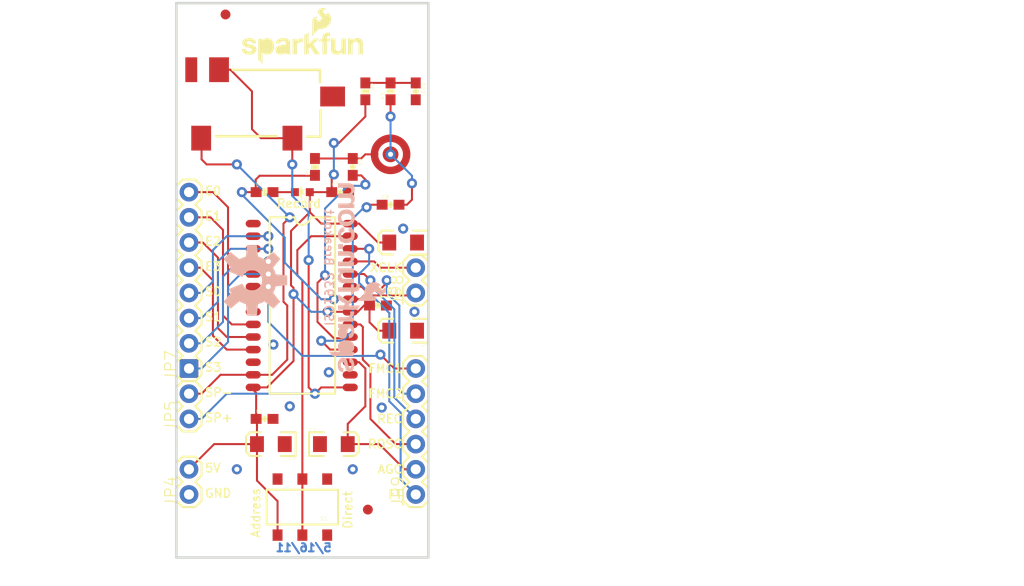
<source format=kicad_pcb>
(kicad_pcb (version 20211014) (generator pcbnew)
  (layers (0 "F.Cu" signal) (31 "B.Cu" signal) (34 "B.Paste" user) (35 "F.Paste" user) (36 "B.SilkS" user "B.Silkscreen") (37 "F.SilkS" user "F.Silkscreen") (38 "B.Mask" user) (39 "F.Mask" user) (44 "Edge.Cuts" user))
  (net 0 "")
  (net 1 "GND")
  (net 2 "5V")
  (net 3 "ROSC")
  (net 4 "REC")
  (net 5 "FMC2")
  (net 6 "FMC1")
  (net 7 "S3")
  (net 8 "S2")
  (net 9 "S1")
  (net 10 "S0")
  (net 11 "E3")
  (net 12 "E2")
  (net 13 "E1")
  (net 14 "E0")
  (net 15 "MIC+")
  (net 16 "MIC-")
  (net 17 "AGC")
  (net 18 "FT")
  (net 19 "SP+")
  (net 20 "SP-")
  (net 21 "MODE")
  (net 22 "LED")
  (net 23 "XCLK")
  (net 24 "N$1")
  (net 25 "N$2")
  (net 26 "N$3")
  (net 27 "N$6")
  (footprint "boardEagle:1X06" (layer "F.Cu") (at 159.9311 126.5936 90)
    (fp_text reference "JP9" (at -1.3462 -1.8288 90) (layer "F.SilkS") (effects (font (size 1.1557 1.1557) (thickness 0.1143)) (justify left)))
    (fp_text value "")
    (pad "1" thru_hole circle (at 0 0 180) (size 1.8796 1.8796) (drill 1.016) (layers *.Cu *.Mask) (net 18 "FT"))
    (pad "2" thru_hole circle (at 2.54 0 180) (size 1.8796 1.8796) (drill 1.016) (layers *.Cu *.Mask) (net 17 "AGC"))
    (pad "3" thru_hole circle (at 5.08 0 180) (size 1.8796 1.8796) (drill 1.016) (layers *.Cu *.Mask) (net 3 "ROSC"))
    (pad "4" thru_hole circle (at 7.62 0 180) (size 1.8796 1.8796) (drill 1.016) (layers *.Cu *.Mask) (net 4 "REC"))
    (pad "5" thru_hole circle (at 10.16 0 180) (size 1.8796 1.8796) (drill 1.016) (layers *.Cu *.Mask) (net 5 "FMC2"))
    (pad "6" thru_hole circle (at 12.7 0 180) (size 1.8796 1.8796) (drill 1.016) (layers *.Cu *.Mask) (net 6 "FMC1"))
  )
  (footprint "boardEagle:AYZ0202" (layer "F.Cu") (at 148.5011 127.8636 180)
    (fp_text reference "S1" (at -2.54 -1.143) (layer "F.SilkS") (effects (font (size 0.376489 0.376489) (thickness 0.029911)) (justify right)))
    (fp_text value "")
    (pad "" np_thru_hole circle (at 1.5 0 180) (size 0.85 0.85) (drill 0.85) (layers *.Cu *.Mask))
    (pad "" np_thru_hole circle (at -1.5 0 180) (size 0.85 0.85) (drill 0.85) (layers *.Cu *.Mask))
    (pad "1" smd rect (at -2.5 -2.825 180) (size 1 1.15) (layers "F.Cu" "F.Paste" "F.Mask") (net 1 "GND"))
    (pad "2" smd rect (at 0 -2.825 180) (size 1 1.15) (layers "F.Cu" "F.Paste" "F.Mask") (net 21 "MODE"))
    (pad "3" smd rect (at 2.5 -2.825 180) (size 1 1.15) (layers "F.Cu" "F.Paste" "F.Mask") (net 2 "5V"))
    (pad "4" smd rect (at -2.5 2.825 180) (size 1 1.15) (layers "F.Cu" "F.Paste" "F.Mask"))
    (pad "5" smd rect (at 0 2.825 180) (size 1 1.15) (layers "F.Cu" "F.Paste" "F.Mask"))
    (pad "6" smd rect (at 2.5 2.825 180) (size 1 1.15) (layers "F.Cu" "F.Paste" "F.Mask"))
  )
  (footprint "boardEagle:EIA3216" (layer "F.Cu") (at 145.3261 121.5136 180)
    (fp_text reference "C6" (at -2.54 -1.381) (layer "F.SilkS") (effects (font (size 0.376489 0.376489) (thickness 0.029911)) (justify right)))
    (fp_text value "10uF")
    (pad "A" smd rect (at 1.4 0 270) (size 1.6 1.4) (layers "F.Cu" "F.Paste" "F.Mask") (net 2 "5V"))
    (pad "C" smd rect (at -1.4 0 270) (size 1.6 1.4) (layers "F.Cu" "F.Paste" "F.Mask") (net 1 "GND"))
  )
  (footprint "boardEagle:EIA3216" (layer "F.Cu") (at 158.6611 110.0836 180)
    (fp_text reference "C4" (at -2.54 -1.381) (layer "F.SilkS") (effects (font (size 0.376489 0.376489) (thickness 0.029911)) (justify right)))
    (fp_text value "10uF")
    (pad "A" smd rect (at 1.4 0 270) (size 1.6 1.4) (layers "F.Cu" "F.Paste" "F.Mask") (net 2 "5V"))
    (pad "C" smd rect (at -1.4 0 270) (size 1.6 1.4) (layers "F.Cu" "F.Paste" "F.Mask") (net 1 "GND"))
  )
  (footprint "boardEagle:AUDIO-JACK-3.5MM-SMD" (layer "F.Cu") (at 135.8011 87.2236)
    (fp_text reference "U3" hide)
    (fp_text value "AUDIO-JACK2SMD" hide)
    (pad "" np_thru_hole circle (at 3.5 0) (size 2 2) (drill 2) (layers *.Cu *.Mask))
    (pad "" np_thru_hole circle (at 10.5 0) (size 2 2) (drill 2) (layers *.Cu *.Mask))
    (pad "RING" smd rect (at 4.3 -3.45) (size 2 2.5) (layers "F.Cu" "F.Paste" "F.Mask") (net 19 "SP+"))
    (pad "RSH" smd rect (at 1.5 -3.45 180) (size 1.2 2.5) (layers "F.Cu" "F.Paste" "F.Mask"))
    (pad "SLEEVE" smd rect (at 2.5 3.45) (size 2 2.5) (layers "F.Cu" "F.Paste" "F.Mask") (net 20 "SP-"))
    (pad "TIP" smd rect (at 11.7 3.45) (size 2 2.5) (layers "F.Cu" "F.Paste" "F.Mask") (net 19 "SP+"))
    (pad "TSH" smd rect (at 15.75 -0.75 90) (size 2 2.5) (layers "F.Cu" "F.Paste" "F.Mask"))
  )
  (footprint "boardEagle:0603-CAP" (layer "F.Cu") (at 144.6911 118.9736)
    (fp_text reference "C1" (at -0.889 -0.762) (layer "F.SilkS") (effects (font (size 0.376489 0.376489) (thickness 0.029911)) (justify left)))
    (fp_text value "0.1uF")
    (pad "1" smd rect (at -0.85 0) (size 1.1 1) (layers "F.Cu" "F.Paste" "F.Mask") (net 2 "5V"))
    (pad "2" smd rect (at 0.85 0) (size 1.1 1) (layers "F.Cu" "F.Paste" "F.Mask") (net 1 "GND"))
  )
  (footprint "boardEagle:0603-CAP" (layer "F.Cu") (at 156.1211 107.5436)
    (fp_text reference "C2" (at -0.889 -0.762) (layer "F.SilkS") (effects (font (size 0.376489 0.376489) (thickness 0.029911)) (justify left)))
    (fp_text value "0.1uF")
    (pad "1" smd rect (at -0.85 0) (size 1.1 1) (layers "F.Cu" "F.Paste" "F.Mask") (net 2 "5V"))
    (pad "2" smd rect (at 0.85 0) (size 1.1 1) (layers "F.Cu" "F.Paste" "F.Mask") (net 1 "GND"))
  )
  (footprint "boardEagle:STAND-OFF" (layer "F.Cu") (at 158.6611 130.4036)
    (fp_text reference "JP12" hide)
    (fp_text value "STAND-OFF" hide)
    (pad "" np_thru_hole circle (at 0 0) (size 3.302 3.302) (drill 3.302) (layers *.Cu *.Mask))
  )
  (footprint "boardEagle:EIA3216" (layer "F.Cu") (at 151.6761 121.5136)
    (fp_text reference "C7" (at -2.54 -1.381) (layer "F.SilkS") (effects (font (size 0.376489 0.376489) (thickness 0.029911)) (justify left)))
    (fp_text value "10uF")
    (pad "A" smd rect (at 1.4 0 90) (size 1.6 1.4) (layers "F.Cu" "F.Paste" "F.Mask") (net 17 "AGC"))
    (pad "C" smd rect (at -1.4 0 90) (size 1.6 1.4) (layers "F.Cu" "F.Paste" "F.Mask") (net 1 "GND"))
  )
  (footprint "boardEagle:0603-CAP" (layer "F.Cu") (at 157.3911 97.3836)
    (fp_text reference "C8" (at -0.889 -0.762) (layer "F.SilkS") (effects (font (size 0.376489 0.376489) (thickness 0.029911)) (justify left)))
    (fp_text value "0.1uF")
    (pad "1" smd rect (at -0.85 0) (size 1.1 1) (layers "F.Cu" "F.Paste" "F.Mask") (net 15 "MIC+"))
    (pad "2" smd rect (at 0.85 0) (size 1.1 1) (layers "F.Cu" "F.Paste" "F.Mask") (net 25 "N$2"))
  )
  (footprint "boardEagle:EIA3216" (layer "F.Cu") (at 158.6611 101.1936 180)
    (fp_text reference "C5" (at -2.54 -1.381) (layer "F.SilkS") (effects (font (size 0.376489 0.376489) (thickness 0.029911)) (justify right)))
    (fp_text value "10uF")
    (pad "A" smd rect (at 1.4 0 270) (size 1.6 1.4) (layers "F.Cu" "F.Paste" "F.Mask") (net 2 "5V"))
    (pad "C" smd rect (at -1.4 0 270) (size 1.6 1.4) (layers "F.Cu" "F.Paste" "F.Mask") (net 1 "GND"))
  )
  (footprint "boardEagle:0603-CAP" (layer "F.Cu") (at 152.3111 96.1136)
    (fp_text reference "C3" (at -0.889 -0.762) (layer "F.SilkS") (effects (font (size 0.376489 0.376489) (thickness 0.029911)) (justify left)))
    (fp_text value "0.1uF")
    (pad "1" smd rect (at -0.85 0) (size 1.1 1) (layers "F.Cu" "F.Paste" "F.Mask") (net 2 "5V"))
    (pad "2" smd rect (at 0.85 0) (size 1.1 1) (layers "F.Cu" "F.Paste" "F.Mask") (net 1 "GND"))
  )
  (footprint "boardEagle:FIDUCIAL-1X2" (layer "F.Cu") (at 155.1051 128.1176)
    (fp_text reference "JP3" hide)
    (fp_text value "FIDUCIAL1X2" hide)
    (pad "1" smd roundrect (at 0 0) (size 1 1) (layers "F.Cu" "F.Mask") (roundrect_rratio 0.5))
  )
  (footprint "boardEagle:0603-RES" (layer "F.Cu") (at 144.6911 96.1136)
    (fp_text reference "R1" (at -0.889 -0.762) (layer "F.SilkS") (effects (font (size 0.376489 0.376489) (thickness 0.029911)) (justify left)))
    (fp_text value "1k")
    (pad "1" smd rect (at -0.85 0) (size 1.1 1) (layers "F.Cu" "F.Paste" "F.Mask") (net 22 "LED"))
    (pad "2" smd rect (at 0.85 0) (size 1.1 1) (layers "F.Cu" "F.Paste" "F.Mask") (net 24 "N$1"))
  )
  (footprint "boardEagle:0603-RES" (layer "F.Cu") (at 149.7711 93.5736 90)
    (fp_text reference "R4" (at -0.889 -0.762 90) (layer "F.SilkS") (effects (font (size 0.376489 0.376489) (thickness 0.029911)) (justify left)))
    (fp_text value "4.7k")
    (pad "1" smd rect (at -0.85 0 90) (size 1.1 1) (layers "F.Cu" "F.Paste" "F.Mask") (net 22 "LED"))
    (pad "2" smd rect (at 0.85 0 90) (size 1.1 1) (layers "F.Cu" "F.Paste" "F.Mask") (net 26 "N$3"))
  )
  (footprint "boardEagle:0603-RES" (layer "F.Cu") (at 154.8511 85.9536 -90)
    (fp_text reference "R2" (at -0.889 -0.762 90) (layer "F.SilkS") (effects (font (size 0.376489 0.376489) (thickness 0.029911)) (justify right)))
    (fp_text value "4.7k")
    (pad "1" smd rect (at -0.85 0 270) (size 1.1 1) (layers "F.Cu" "F.Paste" "F.Mask") (net 27 "N$6"))
    (pad "2" smd rect (at 0.85 0 270) (size 1.1 1) (layers "F.Cu" "F.Paste" "F.Mask") (net 2 "5V"))
  )
  (footprint "boardEagle:SFE-NEW-WEB" (layer "F.Cu") (at 142.4051 83.1596)
    (fp_text reference "JP13" hide)
    (fp_text value "LOGO-SFENW2" hide)
  )
  (footprint "boardEagle:LED-0603" (layer "F.Cu") (at 148.5011 96.1136 90)
    (fp_text reference "LED1" (at -0.6985 0.889) (layer "F.SilkS") (effects (font (size 0.376489 0.376489) (thickness 0.029911)) (justify right)))
    (fp_text value "Red")
    (pad "A" smd rect (at 0 0.75 90) (size 0.8 0.8) (layers "F.Cu" "F.Paste" "F.Mask") (net 2 "5V"))
    (pad "C" smd rect (at 0 -0.75 90) (size 0.8 0.8) (layers "F.Cu" "F.Paste" "F.Mask") (net 24 "N$1"))
  )
  (footprint "boardEagle:1X08" (layer "F.Cu") (at 137.0711 113.8936 90)
    (fp_text reference "JP7" (at -1.3462 -1.8288 90) (layer "F.SilkS") (effects (font (size 1.1557 1.1557) (thickness 0.1143)) (justify left)))
    (fp_text value "")
    (pad "1" thru_hole rect (at 0 0 180) (size 1.8796 1.8796) (drill 1.016) (layers *.Cu *.Mask) (net 7 "S3"))
    (pad "2" thru_hole circle (at 2.54 0 180) (size 1.8796 1.8796) (drill 1.016) (layers *.Cu *.Mask) (net 8 "S2"))
    (pad "3" thru_hole circle (at 5.08 0 180) (size 1.8796 1.8796) (drill 1.016) (layers *.Cu *.Mask) (net 9 "S1"))
    (pad "4" thru_hole circle (at 7.62 0 180) (size 1.8796 1.8796) (drill 1.016) (layers *.Cu *.Mask) (net 10 "S0"))
    (pad "5" thru_hole circle (at 10.16 0 180) (size 1.8796 1.8796) (drill 1.016) (layers *.Cu *.Mask) (net 11 "E3"))
    (pad "6" thru_hole circle (at 12.7 0 180) (size 1.8796 1.8796) (drill 1.016) (layers *.Cu *.Mask) (net 12 "E2"))
    (pad "7" thru_hole circle (at 15.24 0 180) (size 1.8796 1.8796) (drill 1.016) (layers *.Cu *.Mask) (net 13 "E1"))
    (pad "8" thru_hole circle (at 17.78 0 180) (size 1.8796 1.8796) (drill 1.016) (layers *.Cu *.Mask) (net 14 "E0"))
  )
  (footprint "boardEagle:1X02" (layer "F.Cu") (at 137.0711 126.5936 90)
    (fp_text reference "JP4" (at -1.3462 -1.8288 90) (layer "F.SilkS") (effects (font (size 1.1557 1.1557) (thickness 0.1143)) (justify left)))
    (fp_text value "")
    (pad "1" thru_hole circle (at 0 0 180) (size 1.8796 1.8796) (drill 1.016) (layers *.Cu *.Mask) (net 1 "GND"))
    (pad "2" thru_hole circle (at 2.54 0 180) (size 1.8796 1.8796) (drill 1.016) (layers *.Cu *.Mask) (net 2 "5V"))
  )
  (footprint "boardEagle:CREATIVE_COMMONS" (layer "F.Cu") (at 138.3411 135.4836)
    (fp_text reference "U$10" hide)
    (fp_text value "CREATIVE_COMMONS" hide)
  )
  (footprint "boardEagle:STAND-OFF" (layer "F.Cu") (at 138.3411 79.6036)
    (fp_text reference "JP10" hide)
    (fp_text value "STAND-OFF" hide)
    (pad "" np_thru_hole circle (at 0 0) (size 3.302 3.302) (drill 3.302) (layers *.Cu *.Mask))
  )
  (footprint "boardEagle:SO-28W" (layer "F.Cu") (at 148.5011 107.5436 -90)
    (fp_text reference "U1" (at -8.128 -2.032 -90) (layer "F.SilkS") (effects (font (size 0.369824 0.369824) (thickness 0.036576)) (justify left)))
    (fp_text value "ISD1900ISD1932")
    (pad "1" smd roundrect (at -8.255 4.953 270) (size 0.762 1.524) (layers "F.Cu" "F.Paste" "F.Mask") (roundrect_rratio 0.5) (net 1 "GND"))
    (pad "2" smd roundrect (at -6.985 4.953 270) (size 0.762 1.524) (layers "F.Cu" "F.Paste" "F.Mask") (roundrect_rratio 0.5) (net 10 "S0"))
    (pad "3" smd roundrect (at -5.715 4.953 270) (size 0.762 1.524) (layers "F.Cu" "F.Paste" "F.Mask") (roundrect_rratio 0.5) (net 9 "S1"))
    (pad "4" smd roundrect (at -4.445 4.953 270) (size 0.762 1.524) (layers "F.Cu" "F.Paste" "F.Mask") (roundrect_rratio 0.5) (net 8 "S2"))
    (pad "5" smd roundrect (at -3.175 4.953 270) (size 0.762 1.524) (layers "F.Cu" "F.Paste" "F.Mask") (roundrect_rratio 0.5) (net 7 "S3"))
    (pad "6" smd roundrect (at -1.905 4.953 270) (size 0.762 1.524) (layers "F.Cu" "F.Paste" "F.Mask") (roundrect_rratio 0.5) (net 6 "FMC1"))
    (pad "7" smd roundrect (at -0.635 4.953 270) (size 0.762 1.524) (layers "F.Cu" "F.Paste" "F.Mask") (roundrect_rratio 0.5) (net 14 "E0"))
    (pad "8" smd roundrect (at 0.635 4.953 270) (size 0.762 1.524) (layers "F.Cu" "F.Paste" "F.Mask") (roundrect_rratio 0.5) (net 1 "GND"))
    (pad "9" smd roundrect (at 1.905 4.953 270) (size 0.762 1.524) (layers "F.Cu" "F.Paste" "F.Mask") (roundrect_rratio 0.5) (net 13 "E1"))
    (pad "10" smd roundrect (at 3.175 4.953 270) (size 0.762 1.524) (layers "F.Cu" "F.Paste" "F.Mask") (roundrect_rratio 0.5) (net 12 "E2"))
    (pad "11" smd roundrect (at 4.445 4.953 270) (size 0.762 1.524) (layers "F.Cu" "F.Paste" "F.Mask") (roundrect_rratio 0.5) (net 11 "E3"))
    (pad "12" smd roundrect (at 5.715 4.953 270) (size 0.762 1.524) (layers "F.Cu" "F.Paste" "F.Mask") (roundrect_rratio 0.5) (net 1 "GND"))
    (pad "13" smd roundrect (at 6.985 4.953 270) (size 0.762 1.524) (layers "F.Cu" "F.Paste" "F.Mask") (roundrect_rratio 0.5) (net 20 "SP-"))
    (pad "14" smd roundrect (at 8.255 4.953 270) (size 0.762 1.524) (layers "F.Cu" "F.Paste" "F.Mask") (roundrect_rratio 0.5) (net 2 "5V"))
    (pad "15" smd roundrect (at 8.255 -4.826 270) (size 0.762 1.524) (layers "F.Cu" "F.Paste" "F.Mask") (roundrect_rratio 0.5) (net 19 "SP+"))
    (pad "16" smd roundrect (at 6.985 -4.826 270) (size 0.762 1.524) (layers "F.Cu" "F.Paste" "F.Mask") (roundrect_rratio 0.5) (net 1 "GND"))
    (pad "17" smd roundrect (at 5.715 -4.826 270) (size 0.762 1.524) (layers "F.Cu" "F.Paste" "F.Mask") (roundrect_rratio 0.5) (net 17 "AGC"))
    (pad "18" smd roundrect (at 4.445 -4.826 270) (size 0.762 1.524) (layers "F.Cu" "F.Paste" "F.Mask") (roundrect_rratio 0.5) (net 15 "MIC+"))
    (pad "19" smd roundrect (at 3.175 -4.826 270) (size 0.762 1.524) (layers "F.Cu" "F.Paste" "F.Mask") (roundrect_rratio 0.5) (net 16 "MIC-"))
    (pad "20" smd roundrect (at 1.905 -4.826 270) (size 0.762 1.524) (layers "F.Cu" "F.Paste" "F.Mask") (roundrect_rratio 0.5) (net 3 "ROSC"))
    (pad "21" smd roundrect (at 0.635 -4.826 270) (size 0.762 1.524) (layers "F.Cu" "F.Paste" "F.Mask") (roundrect_rratio 0.5) (net 2 "5V"))
    (pad "22" smd roundrect (at -0.635 -4.826 270) (size 0.762 1.524) (layers "F.Cu" "F.Paste" "F.Mask") (roundrect_rratio 0.5) (net 22 "LED"))
    (pad "23" smd roundrect (at -1.905 -4.826 270) (size 0.762 1.524) (layers "F.Cu" "F.Paste" "F.Mask") (roundrect_rratio 0.5) (net 5 "FMC2"))
    (pad "24" smd roundrect (at -3.175 -4.826 270) (size 0.762 1.524) (layers "F.Cu" "F.Paste" "F.Mask") (roundrect_rratio 0.5) (net 4 "REC"))
    (pad "25" smd roundrect (at -4.445 -4.826 270) (size 0.762 1.524) (layers "F.Cu" "F.Paste" "F.Mask") (roundrect_rratio 0.5) (net 23 "XCLK"))
    (pad "26" smd roundrect (at -5.715 -4.826 270) (size 0.762 1.524) (layers "F.Cu" "F.Paste" "F.Mask") (roundrect_rratio 0.5) (net 18 "FT"))
    (pad "27" smd roundrect (at -6.985 -4.826 270) (size 0.762 1.524) (layers "F.Cu" "F.Paste" "F.Mask") (roundrect_rratio 0.5) (net 21 "MODE"))
    (pad "28" smd roundrect (at -8.255 -4.826 270) (size 0.762 1.524) (layers "F.Cu" "F.Paste" "F.Mask") (roundrect_rratio 0.5) (net 2 "5V"))
  )
  (footprint "boardEagle:FIDUCIAL-1X2" (layer "F.Cu") (at 140.7541 78.2066)
    (fp_text reference "JP2" hide)
    (fp_text value "FIDUCIAL1X2" hide)
    (pad "1" smd roundrect (at 0 0) (size 1 1) (layers "F.Cu" "F.Mask") (roundrect_rratio 0.5))
  )
  (footprint "boardEagle:1X02" (layer "F.Cu") (at 159.9311 106.2736 90)
    (fp_text reference "JP8" (at -1.3462 -1.8288 90) (layer "F.SilkS") (effects (font (size 1.1557 1.1557) (thickness 0.1143)) (justify left)))
    (fp_text value "")
    (pad "1" thru_hole circle (at 0 0 180) (size 1.8796 1.8796) (drill 1.016) (layers *.Cu *.Mask) (net 22 "LED"))
    (pad "2" thru_hole circle (at 2.54 0 180) (size 1.8796 1.8796) (drill 1.016) (layers *.Cu *.Mask) (net 23 "XCLK"))
  )
  (footprint "boardEagle:STAND-OFF" (layer "F.Cu") (at 158.6611 79.6036)
    (fp_text reference "JP6" hide)
    (fp_text value "STAND-OFF" hide)
    (pad "" np_thru_hole circle (at 0 0) (size 3.302 3.302) (drill 3.302) (layers *.Cu *.Mask))
  )
  (footprint "boardEagle:0603-CAP" (layer "F.Cu") (at 153.5811 93.5736 -90)
    (fp_text reference "C9" (at -0.889 -0.762 90) (layer "F.SilkS") (effects (font (size 0.376489 0.376489) (thickness 0.029911)) (justify right)))
    (fp_text value "0.1uF")
    (pad "1" smd rect (at -0.85 0 270) (size 1.1 1) (layers "F.Cu" "F.Paste" "F.Mask") (net 26 "N$3"))
    (pad "2" smd rect (at 0.85 0 270) (size 1.1 1) (layers "F.Cu" "F.Paste" "F.Mask") (net 16 "MIC-"))
  )
  (footprint "boardEagle:STAND-OFF" (layer "F.Cu") (at 138.3411 130.4036)
    (fp_text reference "JP11" hide)
    (fp_text value "STAND-OFF" hide)
    (pad "" np_thru_hole circle (at 0 0) (size 3.302 3.302) (drill 3.302) (layers *.Cu *.Mask))
  )
  (footprint "boardEagle:1X02" (layer "F.Cu") (at 137.0711 118.9736 90)
    (fp_text reference "JP5" (at -1.3462 -1.8288 90) (layer "F.SilkS") (effects (font (size 1.1557 1.1557) (thickness 0.1143)) (justify left)))
    (fp_text value "")
    (pad "1" thru_hole circle (at 0 0 180) (size 1.8796 1.8796) (drill 1.016) (layers *.Cu *.Mask) (net 19 "SP+"))
    (pad "2" thru_hole circle (at 2.54 0 180) (size 1.8796 1.8796) (drill 1.016) (layers *.Cu *.Mask) (net 20 "SP-"))
  )
  (footprint "boardEagle:0603-CAP" (layer "F.Cu") (at 159.9311 85.9536 -90)
    (fp_text reference "C10" (at -0.889 -0.762 90) (layer "F.SilkS") (effects (font (size 0.376489 0.376489) (thickness 0.029911)) (justify right)))
    (fp_text value "4.7uF")
    (pad "1" smd rect (at -0.85 0 270) (size 1.1 1) (layers "F.Cu" "F.Paste" "F.Mask") (net 27 "N$6"))
    (pad "2" smd rect (at 0.85 0 270) (size 1.1 1) (layers "F.Cu" "F.Paste" "F.Mask") (net 1 "GND"))
  )
  (footprint "boardEagle:0603-RES" (layer "F.Cu") (at 157.3911 85.9536 90)
    (fp_text reference "R3" (at -0.889 -0.762 90) (layer "F.SilkS") (effects (font (size 0.376489 0.376489) (thickness 0.029911)) (justify left)))
    (fp_text value "4.7k")
    (pad "1" smd rect (at -0.85 0 90) (size 1.1 1) (layers "F.Cu" "F.Paste" "F.Mask") (net 25 "N$2"))
    (pad "2" smd rect (at 0.85 0 90) (size 1.1 1) (layers "F.Cu" "F.Paste" "F.Mask") (net 27 "N$6"))
  )
  (footprint "boardEagle:MIC_ELECTRET_SMD" (layer "F.Cu") (at 157.3911 92.3036 90)
    (fp_text reference "U2" hide)
    (fp_text value "MICELECTRET_SMD" hide)
    (fp_circle (center 0 0) (end 1.625 0) (layer "F.Cu") (width 0.75) (fill none))
    (pad "1" smd roundrect (at 0 0 90) (size 1.6 1.6) (layers "F.Cu" "F.Paste" "F.Mask") (roundrect_rratio 0.5) (net 25 "N$2"))
    (pad "2" smd roundrect (at 0 -1.6 90) (size 0.75 0.75) (layers "F.Cu" "F.Paste" "F.Mask") (roundrect_rratio 0.5) (net 26 "N$3"))
  )
  (footprint "boardEagle:SFE-LOGO-FLAME" (layer "F.Cu") (at 149.5171 80.3656)
    (fp_text reference "U$13" hide)
    (fp_text value "" hide)
  )
  (footprint "boardEagle:OSHW-LOGO-L" (layer "B.Cu") (at 143.4211 105.0036 90)
    (fp_text reference "U$14" hide)
    (fp_text value "OSHW-LOGOL" hide)
  )
  (footprint "boardEagle:SFE-NEW-WEBLOGO" (layer "B.Cu") (at 151.1681 114.2746 90)
    (fp_text reference "JP1" hide)
    (fp_text value "LOGO-SFENEW" hide)
  )
  (gr_line (start 161.2011 132.9436) (end 135.8011 132.9436) (layer "Edge.Cuts") (width 0.254))
  (gr_line (start 161.2011 77.0636) (end 161.2011 132.9436) (layer "Edge.Cuts") (width 0.254))
  (gr_line (start 135.8011 132.9436) (end 135.8011 77.0636) (layer "Edge.Cuts") (width 0.254))
  (gr_line (start 135.8011 77.0636) (end 161.2011 77.0636) (layer "Edge.Cuts") (width 0.254))
  (gr_text "5/16/11" (at 151.5491 132.4356) (layer "B.Cu") (effects (font (size 0.8128 0.8128) (thickness 0.2032)) (justify left bottom mirror)))
  (gr_text "ISD1932 Breakout" (at 151.6761 97.7646 -90) (layer "B.SilkS") (effects (font (size 0.8636 0.8636) (thickness 0.1524)) (justify right top mirror)))
  (gr_text "SP+" (at 138.5951 119.3546) (layer "F.SilkS") (effects (font (size 0.8636 0.8636) (thickness 0.1524)) (justify left bottom)))
  (gr_text "E3" (at 138.5951 104.1146) (layer "F.SilkS") (effects (font (size 0.8636 0.8636) (thickness 0.1524)) (justify left bottom)))
  (gr_text "E2" (at 138.5951 101.5746) (layer "F.SilkS") (effects (font (size 0.8636 0.8636) (thickness 0.1524)) (justify left bottom)))
  (gr_text "S1" (at 138.5951 109.1946) (layer "F.SilkS") (effects (font (size 0.8636 0.8636) (thickness 0.1524)) (justify left bottom)))
  (gr_text "E0" (at 138.5951 96.4946) (layer "F.SilkS") (effects (font (size 0.8636 0.8636) (thickness 0.1524)) (justify left bottom)))
  (gr_text "FT" (at 158.6611 126.0856) (layer "F.SilkS") (effects (font (size 0.8636 0.8636) (thickness 0.1524)) (justify right top)))
  (gr_text "S0" (at 138.5951 106.6546) (layer "F.SilkS") (effects (font (size 0.8636 0.8636) (thickness 0.1524)) (justify left bottom)))
  (gr_text "FMC2" (at 158.6611 115.9256) (layer "F.SilkS") (effects (font (size 0.8636 0.8636) (thickness 0.1524)) (justify right top)))
  (gr_text "FMC1" (at 158.6611 113.3856) (layer "F.SilkS") (effects (font (size 0.8636 0.8636) (thickness 0.1524)) (justify right top)))
  (gr_text "Direct" (at 153.5811 130.1496 90) (layer "F.SilkS") (effects (font (size 0.8636 0.8636) (thickness 0.1524)) (justify left bottom)))
  (gr_text "XCLK" (at 158.6611 103.2256) (layer "F.SilkS") (effects (font (size 0.8636 0.8636) (thickness 0.1524)) (justify right top)))
  (gr_text "GND" (at 138.5951 126.9746) (layer "F.SilkS") (effects (font (size 0.8636 0.8636) (thickness 0.1524)) (justify left bottom)))
  (gr_text "Address" (at 144.3101 131.0386 90) (layer "F.SilkS") (effects (font (size 0.8636 0.8636) (thickness 0.1524)) (justify left bottom)))
  (gr_text "ROSC" (at 158.6611 121.0056) (layer "F.SilkS") (effects (font (size 0.8636 0.8636) (thickness 0.1524)) (justify right top)))
  (gr_text "S2" (at 138.5951 111.7346) (layer "F.SilkS") (effects (font (size 0.8636 0.8636) (thickness 0.1524)) (justify left bottom)))
  (gr_text "SP-" (at 138.5951 116.8146) (layer "F.SilkS") (effects (font (size 0.8636 0.8636) (thickness 0.1524)) (justify left bottom)))
  (gr_text "E1" (at 138.5951 99.0346) (layer "F.SilkS") (effects (font (size 0.8636 0.8636) (thickness 0.1524)) (justify left bottom)))
  (gr_text "REC" (at 158.6611 118.4656) (layer "F.SilkS") (effects (font (size 0.8636 0.8636) (thickness 0.1524)) (justify right top)))
  (gr_text "AGC" (at 158.6611 123.5456) (layer "F.SilkS") (effects (font (size 0.8636 0.8636) (thickness 0.1524)) (justify right top)))
  (gr_text "Record" (at 145.8341 97.7646) (layer "F.SilkS") (effects (font (size 0.8636 0.8636) (thickness 0.1524)) (justify left bottom)))
  (gr_text "LED" (at 158.6611 105.7656) (layer "F.SilkS") (effects (font (size 0.8636 0.8636) (thickness 0.1524)) (justify right top)))
  (gr_text "S3" (at 138.5951 114.2746) (layer "F.SilkS") (effects (font (size 0.8636 0.8636) (thickness 0.1524)) (justify left bottom)))
  (gr_text "5V" (at 138.5951 124.4346) (layer "F.SilkS") (effects (font (size 0.8636 0.8636) (thickness 0.1524)) (justify left bottom)))
  (via (at 151.1681 114.2746) (size 1.016) (drill 0.508) (layers "F.Cu" "B.Cu") (net 1))
  (via (at 145.5801 111.4806) (size 1.016) (drill 0.508) (layers "F.Cu" "B.Cu") (net 1))
  (via (at 141.8971 124.0536) (size 1.016) (drill 0.508) (layers "F.Cu" "B.Cu") (net 1))
  (via (at 156.5021 117.8306) (size 1.016) (drill 0.508) (layers "F.Cu" "B.Cu") (net 1))
  (via (at 153.5811 124.0536) (size 1.016) (drill 0.508) (layers "F.Cu" "B.Cu") (net 1))
  (via (at 159.8041 108.1786) (size 1.016) (drill 0.508) (layers "F.Cu" "B.Cu") (net 1))
  (via (at 158.6611 99.7966) (size 1.016) (drill 0.508) (layers "F.Cu" "B.Cu") (net 1))
  (via (at 147.2311 117.7036) (size 1.016) (drill 0.508) (layers "F.Cu" "B.Cu") (net 1))
  (segment (start 149.2511 98.1336) (end 149.2511 96.1136) (width 0.2032) (layer "F.Cu") (net 2))
  (segment (start 146.0011 127.2686) (end 146.0011 130.6886) (width 0.2032) (layer "F.Cu") (net 2))
  (segment (start 155.2711 107.5436) (end 154.8511 107.5436) (width 0.2032) (layer "F.Cu") (net 2))
  (segment (start 156.1211 101.1936) (end 157.2611 101.1936) (width 0.2032) (layer "F.Cu") (net 2))
  (segment (start 147.6121 105.7656) (end 147.3581 105.5116) (width 0.2032) (layer "F.Cu") (net 2))
  (segment (start 143.9261 119.0586) (end 143.8411 118.9736) (width 0.254) (layer "F.Cu") (net 2))
  (segment (start 154.2161 99.2886) (end 156.1211 101.1936) (width 0.2032) (layer "F.Cu") (net 2))
  (segment (start 151.4611 94.5506) (end 151.6761 94.3356) (width 0.2032) (layer "F.Cu") (net 2))
  (segment (start 137.0711 124.0536) (end 139.6111 121.5136) (width 0.2032) (layer "F.Cu") (net 2))
  (segment (start 143.9261 125.1936) (end 146.0011 127.2686) (width 0.2032) (layer "F.Cu") (net 2))
  (segment (start 147.6121 113.1316) (end 147.6121 106.4006) (width 0.2032) (layer "F.Cu") (net 2))
  (segment (start 151.4611 96.1136) (end 151.4611 94.5506) (width 0.2032) (layer "F.Cu") (net 2))
  (segment (start 151.0411 108.1786) (end 153.3271 108.1786) (width 0.2032) (layer "F.Cu") (net 2))
  (segment (start 144.9451 115.7986) (end 147.6121 113.1316) (width 0.2032) (layer "F.Cu") (net 2))
  (segment (start 150.4061 99.2886) (end 153.3271 99.2886) (width 0.2032) (layer "F.Cu") (net 2))
  (segment (start 147.6121 106.4006) (end 147.6121 105.7656) (width 0.2032) (layer "F.Cu") (net 2))
  (segment (start 143.9261 121.5136) (end 143.9261 119.0586) (width 0.2032) (layer "F.Cu") (net 2))
  (segment (start 143.5481 115.7986) (end 144.9451 115.7986) (width 0.2032) (layer "F.Cu") (net 2))
  (segment (start 143.9261 121.5136) (end 143.9261 125.1936) (width 0.2032) (layer "F.Cu") (net 2))
  (segment (start 143.5481 116.0526) (end 143.5481 115.7986) (width 0.2032) (layer "F.Cu") (net 2))
  (segment (start 149.2511 98.1336) (end 150.4061 99.2886) (width 0.2032) (layer "F.Cu") (net 2))
  (segment (start 155.2711 107.5436) (end 155.2711 109.2336) (width 0.2032) (layer "F.Cu") (net 2))
  (segment (start 155.2711 109.2336) (end 156.1211 110.0836) (width 0.2032) (layer "F.Cu") (net 2))
  (segment (start 152.1841 91.1606) (end 154.8511 88.4936) (width 0.2032) (layer "F.Cu") (net 2))
  (segment (start 149.2511 96.1136) (end 151.4611 96.1136) (width 0.2032) (layer "F.Cu") (net 2))
  (segment (start 154.0891 108.1786) (end 154.7241 107.5436) (width 0.2032) (layer "F.Cu") (net 2))
  (segment (start 154.7241 107.5436) (end 155.2711 107.5436) (width 0.2032) (layer "F.Cu") (net 2))
  (segment (start 139.6111 121.5136) (end 143.9261 121.5136) (width 0.2032) (layer "F.Cu") (net 2))
  (segment (start 153.3271 108.1786) (end 154.0891 108.1786) (width 0.2032) (layer "F.Cu") (net 2))
  (segment (start 153.3271 99.2886) (end 154.2161 99.2886) (width 0.2032) (layer "F.Cu") (net 2))
  (segment (start 147.3581 100.0266) (end 149.2511 98.1336) (width 0.2032) (layer "F.Cu") (net 2))
  (segment (start 156.1211 110.0836) (end 157.2611 110.0836) (width 0.2032) (layer "F.Cu") (net 2))
  (segment (start 143.8411 118.9736) (end 143.8411 116.3456) (width 0.2032) (layer "F.Cu") (net 2))
  (segment (start 151.6761 91.1606) (end 152.1841 91.1606) (width 0.2032) (layer "F.Cu") (net 2))
  (segment (start 154.8511 88.4936) (end 154.8511 86.8036) (width 0.2032) (layer "F.Cu") (net 2))
  (segment (start 147.3581 105.5116) (end 147.3581 100.0266) (width 0.2032) (layer "F.Cu") (net 2))
  (segment (start 143.8411 116.3456) (end 143.5481 116.0526) (width 0.2032) (layer "F.Cu") (net 2))
  (via (at 147.6121 106.4006) (size 1.016) (drill 0.508) (layers "F.Cu" "B.Cu") (net 2))
  (via (at 151.6761 94.3356) (size 1.016) (drill 0.508) (layers "F.Cu" "B.Cu") (net 2))
  (via (at 151.6761 91.1606) (size 1.016) (drill 0.508) (layers "F.Cu" "B.Cu") (net 2))
  (via (at 151.0411 108.1786) (size 1.016) (drill 0.508) (layers "F.Cu" "B.Cu") (net 2))
  (segment (start 151.6761 94.3356) (end 151.6761 91.1606) (width 0.2032) (layer "B.Cu") (net 2))
  (segment (start 149.3901 108.1786) (end 151.0411 108.1786) (width 0.2032) (layer "B.Cu") (net 2))
  (segment (start 147.6121 106.4006) (end 149.3901 108.1786) (width 0.2032) (layer "B.Cu") (net 2))
  (segment (start 154.5971 113.0046) (end 154.5971 109.7026) (width 0.2032) (layer "F.Cu") (net 3))
  (segment (start 157.8991 121.5136) (end 159.9311 121.5136) (width 0.2032) (layer "F.Cu") (net 3))
  (segment (start 154.5971 109.7026) (end 154.3431 109.4486) (width 0.2032) (layer "F.Cu") (net 3))
  (segment (start 155.3591 113.7666) (end 154.5971 113.0046) (width 0.2032) (layer "F.Cu") (net 3))
  (segment (start 155.3591 118.9736) (end 157.8991 121.5136) (width 0.2032) (layer "F.Cu") (net 3))
  (segment (start 155.3591 118.9736) (end 155.3591 113.7666) (width 0.2032) (layer "F.Cu") (net 3))
  (segment (start 154.3431 109.4486) (end 153.3271 109.4486) (width 0.2032) (layer "F.Cu") (net 3))
  (segment (start 154.7241 104.3686) (end 153.3271 104.3686) (width 0.2032) (layer "F.Cu") (net 4))
  (segment (start 155.3591 105.0036) (end 154.7241 104.3686) (width 0.2032) (layer "F.Cu") (net 4))
  (via (at 155.3591 105.0036) (size 1.016) (drill 0.508) (layers "F.Cu" "B.Cu") (net 4))
  (segment (start 157.7721 107.9246) (end 155.3591 105.5116) (width 0.2032) (layer "B.Cu") (net 4))
  (segment (start 155.3591 105.5116) (end 155.3591 105.0036) (width 0.2032) (layer "B.Cu") (net 4))
  (segment (start 159.9311 118.9736) (end 157.7721 116.8146) (width 0.2032) (layer "B.Cu") (net 4))
  (segment (start 157.7721 116.8146) (end 157.7721 107.9246) (width 0.2032) (layer "B.Cu") (net 4))
  (segment (start 154.4701 105.6386) (end 153.3271 105.6386) (width 0.2032) (layer "F.Cu") (net 5))
  (segment (start 154.8511 106.0196) (end 154.4701 105.6386) (width 0.2032) (layer "F.Cu") (net 5))
  (segment (start 157.0101 105.2576) (end 156.2481 106.0196) (width 0.2032) (layer "F.Cu") (net 5))
  (segment (start 157.0101 105.0036) (end 157.0101 105.2576) (width 0.2032) (layer "F.Cu") (net 5))
  (segment (start 156.2481 106.0196) (end 154.8511 106.0196) (width 0.2032) (layer "F.Cu") (net 5))
  (via (at 157.0101 105.0036) (size 1.016) (drill 0.508) (layers "F.Cu" "B.Cu") (net 5))
  (segment (start 158.6611 116.4336) (end 159.9311 116.4336) (width 0.2032) (layer "B.Cu") (net 5))
  (segment (start 157.0101 106.2736) (end 157.0101 105.0036) (width 0.2032) (layer "B.Cu") (net 5))
  (segment (start 158.2801 116.0526) (end 158.2801 107.5436) (width 0.2032) (layer "B.Cu") (net 5))
  (segment (start 158.2801 116.0526) (end 158.6611 116.4336) (width 0.2032) (layer "B.Cu") (net 5))
  (segment (start 158.2801 107.5436) (end 157.0101 106.2736) (width 0.2032) (layer "B.Cu") (net 5))
  (segment (start 156.3751 112.4966) (end 157.7721 113.8936) (width 0.2032) (layer "F.Cu") (net 6))
  (segment (start 157.7721 113.8936) (end 159.9311 113.8936) (width 0.2032) (layer "F.Cu") (net 6))
  (segment (start 145.0721 105.6386) (end 143.5481 105.6386) (width 0.2032) (layer "F.Cu") (net 6))
  (via (at 145.0721 105.6386) (size 1.016) (drill 0.508) (layers "F.Cu" "B.Cu") (net 6))
  (via (at 156.3751 112.4966) (size 1.016) (drill 0.508) (layers "F.Cu" "B.Cu") (net 6))
  (segment (start 156.2481 112.6236) (end 156.3751 112.4966) (width 0.2032) (layer "B.Cu") (net 6))
  (segment (start 148.5011 112.6236) (end 156.2481 112.6236) (width 0.2032) (layer "B.Cu") (net 6))
  (segment (start 145.0721 109.1946) (end 145.0721 105.6386) (width 0.2032) (layer "B.Cu") (net 6))
  (segment (start 145.0721 109.1946) (end 148.5011 112.6236) (width 0.2032) (layer "B.Cu") (net 6))
  (segment (start 145.0721 104.3686) (end 143.5481 104.3686) (width 0.2032) (layer "F.Cu") (net 7))
  (via (at 145.0721 104.3686) (size 1.016) (drill 0.508) (layers "F.Cu" "B.Cu") (net 7))
  (segment (start 137.0711 113.8936) (end 138.3411 113.8936) (width 0.2032) (layer "B.Cu") (net 7))
  (segment (start 141.0081 105.6386) (end 142.2781 104.3686) (width 0.2032) (layer "B.Cu") (net 7))
  (segment (start 142.2781 104.3686) (end 143.5481 104.3686) (width 0.2032) (layer "B.Cu") (net 7))
  (segment (start 138.3411 113.8936) (end 141.0081 111.2266) (width 0.2032) (layer "B.Cu") (net 7))
  (segment (start 143.5481 104.3686) (end 145.0721 104.3686) (width 0.2032) (layer "B.Cu") (net 7))
  (segment (start 141.0081 111.2266) (end 141.0081 105.6386) (width 0.2032) (layer "B.Cu") (net 7))
  (segment (start 145.0721 103.0986) (end 143.5481 103.0986) (width 0.2032) (layer "F.Cu") (net 8))
  (via (at 145.0721 103.0986) (size 1.016) (drill 0.508) (layers "F.Cu" "B.Cu") (net 8))
  (segment (start 138.3411 111.3536) (end 140.5001 109.1946) (width 0.2032) (layer "B.Cu") (net 8))
  (segment (start 140.5001 104.6226) (end 142.0241 103.0986) (width 0.2032) (layer "B.Cu") (net 8))
  (segment (start 142.0241 103.0986) (end 143.5481 103.0986) (width 0.2032) (layer "B.Cu") (net 8))
  (segment (start 137.0711 111.3536) (end 138.3411 111.3536) (width 0.2032) (layer "B.Cu") (net 8))
  (segment (start 143.5481 103.0986) (end 143.2941 103.0986) (width 0.2032) (layer "B.Cu") (net 8))
  (segment (start 143.5481 103.0986) (end 145.0721 103.0986) (width 0.2032) (layer "B.Cu") (net 8))
  (segment (start 140.5001 109.1946) (end 140.5001 104.6226) (width 0.2032) (layer "B.Cu") (net 8))
  (segment (start 145.0721 101.8286) (end 143.5481 101.8286) (width 0.2032) (layer "F.Cu") (net 9))
  (via (at 145.0721 101.8286) (size 1.016) (drill 0.508) (layers "F.Cu" "B.Cu") (net 9))
  (segment (start 139.9921 107.1626) (end 139.9921 103.0986) (width 0.2032) (layer "B.Cu") (net 9))
  (segment (start 137.0711 108.8136) (end 138.3411 108.8136) (width 0.2032) (layer "B.Cu") (net 9))
  (segment (start 138.3411 108.8136) (end 139.9921 107.1626) (width 0.2032) (layer "B.Cu") (net 9))
  (segment (start 141.2621 101.8286) (end 145.0721 101.8286) (width 0.2032) (layer "B.Cu") (net 9))
  (segment (start 139.9921 103.0986) (end 141.2621 101.8286) (width 0.2032) (layer "B.Cu") (net 9))
  (segment (start 145.0721 100.5586) (end 143.5481 100.5586) (width 0.2032) (layer "F.Cu") (net 10))
  (via (at 145.0721 100.5586) (size 1.016) (drill 0.508) (layers "F.Cu" "B.Cu") (net 10))
  (segment (start 140.8811 100.5586) (end 145.0721 100.5586) (width 0.2032) (layer "B.Cu") (net 10))
  (segment (start 138.3411 106.2736) (end 139.4841 105.1306) (width 0.2032) (layer "B.Cu") (net 10))
  (segment (start 139.4841 101.9556) (end 140.8811 100.5586) (width 0.2032) (layer "B.Cu") (net 10))
  (segment (start 137.0711 106.2736) (end 138.3411 106.2736) (width 0.2032) (layer "B.Cu") (net 10))
  (segment (start 139.4841 105.1306) (end 139.4841 101.9556) (width 0.2032) (layer "B.Cu") (net 10))
  (segment (start 139.4841 105.0036) (end 138.2141 103.7336) (width 0.2032) (layer "F.Cu") (net 11))
  (segment (start 139.4841 110.5916) (end 140.8811 111.9886) (width 0.2032) (layer "F.Cu") (net 11))
  (segment (start 138.2141 103.7336) (end 137.0711 103.7336) (width 0.2032) (layer "F.Cu") (net 11))
  (segment (start 139.4841 110.5916) (end 139.4841 105.0036) (width 0.2032) (layer "F.Cu") (net 11))
  (segment (start 140.8811 111.9886) (end 143.5481 111.9886) (width 0.2032) (layer "F.Cu") (net 11))
  (segment (start 138.4681 101.1936) (end 137.0711 101.1936) (width 0.2032) (layer "F.Cu") (net 12))
  (segment (start 139.9921 102.7176) (end 138.4681 101.1936) (width 0.2032) (layer "F.Cu") (net 12))
  (segment (start 139.9921 109.8296) (end 139.9921 102.7176) (width 0.2032) (layer "F.Cu") (net 12))
  (segment (start 140.8811 110.7186) (end 143.5481 110.7186) (width 0.2032) (layer "F.Cu") (net 12))
  (segment (start 139.9921 109.8296) (end 140.8811 110.7186) (width 0.2032) (layer "F.Cu") (net 12))
  (segment (start 140.5001 99.9236) (end 139.2301 98.6536) (width 0.2032) (layer "F.Cu") (net 13))
  (segment (start 141.3891 109.4486) (end 143.5481 109.4486) (width 0.2032) (layer "F.Cu") (net 13))
  (segment (start 140.5001 108.5596) (end 140.5001 99.9236) (width 0.2032) (layer "F.Cu") (net 13))
  (segment (start 139.2301 98.6536) (end 137.0711 98.6536) (width 0.2032) (layer "F.Cu") (net 13))
  (segment (start 140.5001 108.5596) (end 141.3891 109.4486) (width 0.2032) (layer "F.Cu") (net 13))
  (segment (start 141.6431 106.9086) (end 141.0081 106.2736) (width 0.2032) (layer "F.Cu") (net 14))
  (segment (start 141.0081 106.2736) (end 141.0081 97.6376) (width 0.2032) (layer "F.Cu") (net 14))
  (segment (start 143.5481 106.9086) (end 142.9131 106.9086) (width 0.2032) (layer "F.Cu") (net 14))
  (segment (start 141.6431 106.9086) (end 143.5481 106.9086) (width 0.2032) (layer "F.Cu") (net 14))
  (segment (start 139.4841 96.1136) (end 137.0711 96.1136) (width 0.2032) (layer "F.Cu") (net 14))
  (segment (start 141.0081 97.6376) (end 139.4841 96.1136) (width 0.2032) (layer "F.Cu") (net 14))
  (segment (start 150.4061 111.0996) (end 151.2951 111.9886) (width 0.2032) (layer "F.Cu") (net 15))
  (segment (start 154.9781 97.6376) (end 155.2321 97.3836) (width 0.2032) (layer "F.Cu") (net 15))
  (segment (start 151.2951 111.9886) (end 153.3271 111.9886) (width 0.2032) (layer "F.Cu") (net 15))
  (segment (start 155.2321 97.3836) (end 156.5411 97.3836) (width 0.2032) (layer "F.Cu") (net 15))
  (via (at 154.9781 97.6376) (size 1.016) (drill 0.508) (layers "F.Cu" "B.Cu") (net 15))
  (via (at 150.4061 111.0996) (size 1.016) (drill 0.508) (layers "F.Cu" "B.Cu") (net 15))
  (segment (start 153.5811 110.0836) (end 153.5811 98.7806) (width 0.2032) (layer "B.Cu") (net 15))
  (segment (start 154.7241 97.6376) (end 154.9781 97.6376) (width 0.2032) (layer "B.Cu") (net 15))
  (segment (start 153.5811 98.7806) (end 154.7241 97.6376) (width 0.2032) (layer "B.Cu") (net 15))
  (segment (start 152.5651 111.0996) (end 153.5811 110.0836) (width 0.2032) (layer "B.Cu") (net 15))
  (segment (start 150.4061 111.0996) (end 152.5651 111.0996) (width 0.2032) (layer "B.Cu") (net 15))
  (segment (start 151.6761 110.8456) (end 150.0251 109.1946) (width 0.2032) (layer "F.Cu") (net 16))
  (segment (start 152.6921 110.8456) (end 151.6761 110.8456) (width 0.2032) (layer "F.Cu") (net 16))
  (segment (start 150.0251 105.2576) (end 150.7871 104.4956) (width 0.2032) (layer "F.Cu") (net 16))
  (segment (start 154.8511 94.8436) (end 154.4311 94.4236) (width 0.2032) (layer "F.Cu") (net 16))
  (segment (start 154.8511 95.3516) (end 154.8511 94.8436) (width 0.2032) (layer "F.Cu") (net 16))
  (segment (start 154.4311 94.4236) (end 153.5811 94.4236) (width 0.2032) (layer "F.Cu") (net 16))
  (segment (start 150.0251 109.1946) (end 150.0251 105.2576) (width 0.2032) (layer "F.Cu") (net 16))
  (segment (start 153.3271 110.7186) (end 152.6921 110.8456) (width 0.2032) (layer "F.Cu") (net 16))
  (via (at 150.7871 104.4956) (size 1.016) (drill 0.508) (layers "F.Cu" "B.Cu") (net 16))
  (via (at 154.8511 95.3516) (size 1.016) (drill 0.508) (layers "F.Cu" "B.Cu") (net 16))
  (segment (start 150.7871 104.4956) (end 150.7871 97.7646) (width 0.2032) (layer "B.Cu") (net 16))
  (segment (start 153.0731 95.4786) (end 154.7241 95.4786) (width 0.2032) (layer "B.Cu") (net 16))
  (segment (start 150.7871 97.7646) (end 153.0731 95.4786) (width 0.2032) (layer "B.Cu") (net 16))
  (segment (start 154.7241 95.4786) (end 154.8511 95.3516) (width 0.2032) (layer "B.Cu") (net 16))
  (segment (start 153.5811 118.9736) (end 154.8511 117.7036) (width 0.2032) (layer "F.Cu") (net 17))
  (segment (start 153.0761 121.5136) (end 156.2511 121.5136) (width 0.2032) (layer "F.Cu") (net 17))
  (segment (start 158.7911 124.0536) (end 159.9311 124.0536) (width 0.2032) (layer "F.Cu") (net 17))
  (segment (start 153.0761 121.5136) (end 153.0761 119.4786) (width 0.2032) (layer "F.Cu") (net 17))
  (segment (start 154.8511 113.8936) (end 154.2161 113.2586) (width 0.2032) (layer "F.Cu") (net 17))
  (segment (start 154.2161 113.2586) (end 153.3271 113.2586) (width 0.2032) (layer "F.Cu") (net 17))
  (segment (start 154.8511 117.7036) (end 154.8511 113.8936) (width 0.2032) (layer "F.Cu") (net 17))
  (segment (start 153.0761 119.4786) (end 153.5811 118.9736) (width 0.2032) (layer "F.Cu") (net 17))
  (segment (start 156.2511 121.5136) (end 158.7911 124.0536) (width 0.2032) (layer "F.Cu") (net 17))
  (segment (start 153.0761 121.5136) (end 153.5811 121.5136) (width 0.254) (layer "F.Cu") (net 17))
  (segment (start 155.2321 101.8286) (end 153.3271 101.8286) (width 0.2032) (layer "F.Cu") (net 18))
  (via (at 155.2321 101.8286) (size 1.016) (drill 0.508) (layers "F.Cu" "B.Cu") (net 18))
  (segment (start 157.2641 117.1956) (end 157.2641 108.3056) (width 0.2032) (layer "B.Cu") (net 18))
  (segment (start 155.2321 103.3526) (end 155.2321 101.8286) (width 0.2032) (layer "B.Cu") (net 18))
  (segment (start 157.2641 108.3056) (end 154.2161 105.2576) (width 0.2032) (layer "B.Cu") (net 18))
  (segment (start 158.4071 118.3386) (end 157.2641 117.1956) (width 0.2032) (layer "B.Cu") (net 18))
  (segment (start 154.2161 105.2576) (end 154.2161 104.3686) (width 0.2032) (layer "B.Cu") (net 18))
  (segment (start 154.2161 104.3686) (end 155.2321 103.3526) (width 0.2032) (layer "B.Cu") (net 18))
  (segment (start 158.4071 125.0696) (end 158.4071 118.3386) (width 0.2032) (layer "B.Cu") (net 18))
  (segment (start 159.9311 126.5936) (end 158.4071 125.0696) (width 0.2032) (layer "B.Cu") (net 18))
  (segment (start 150.4061 115.7986) (end 153.3271 115.7986) (width 0.2032) (layer "F.Cu") (net 19))
  (segment (start 147.5011 90.6736) (end 144.3311 90.6736) (width 0.2032) (layer "F.Cu") (net 19))
  (segment (start 141.2411 83.7736) (end 140.1011 83.7736) (width 0.2032) (layer "F.Cu") (net 19))
  (segment (start 143.4211 85.9536) (end 141.2411 83.7736) (width 0.2032) (layer "F.Cu") (net 19))
  (segment (start 149.7711 116.4336) (end 149.1361 115.7986) (width 0.2032) (layer "F.Cu") (net 19))
  (segment (start 147.4851 90.6896) (end 147.5011 90.6736) (width 0.2032) (layer "F.Cu") (net 19))
  (segment (start 147.4851 93.3196) (end 147.4851 90.6896) (width 0.2032) (layer "F.Cu") (net 19))
  (segment (start 144.3311 90.6736) (end 143.4211 89.7636) (width 0.2032) (layer "F.Cu") (net 19))
  (segment (start 147.5011 90.6736) (end 147.1411 91.0336) (width 0.2032) (layer "F.Cu") (net 19))
  (segment (start 143.4211 89.7636) (end 143.4211 85.9536) (width 0.2032) (layer "F.Cu") (net 19))
  (segment (start 149.1361 115.7986) (end 149.1361 102.9716) (width 0.2032) (layer "F.Cu") (net 19))
  (segment (start 149.7711 116.4336) (end 150.4061 115.7986) (width 0.2032) (layer "F.Cu") (net 19))
  (via (at 149.1361 102.9716) (size 1.016) (drill 0.508) (layers "F.Cu" "B.Cu") (net 19))
  (via (at 149.7711 116.4336) (size 1.016) (drill 0.508) (layers "F.Cu" "B.Cu") (net 19))
  (via (at 147.4851 93.3196) (size 1.016) (drill 0.508) (layers "F.Cu" "B.Cu") (net 19))
  (segment (start 149.1361 98.1456) (end 147.4851 96.4946) (width 0.2032) (layer "B.Cu") (net 19))
  (segment (start 140.8811 116.4336) (end 149.7711 116.4336) (width 0.2032) (layer "B.Cu") (net 19))
  (segment (start 137.0711 118.9736) (end 138.3411 118.9736) (width 0.2032) (layer "B.Cu") (net 19))
  (segment (start 138.3411 118.9736) (end 140.8811 116.4336) (width 0.2032) (layer "B.Cu") (net 19))
  (segment (start 149.1361 102.9716) (end 149.1361 98.1456) (width 0.2032) (layer "B.Cu") (net 19))
  (segment (start 147.4851 96.4946) (end 147.4851 93.3196) (width 0.2032) (layer "B.Cu") (net 19))
  (segment (start 138.3411 90.7136) (end 138.3011 90.6736) (width 0.2032) (layer "F.Cu") (net 20))
  (segment (start 140.2461 114.5286) (end 143.5481 114.5286) (width 0.2032) (layer "F.Cu") (net 20))
  (segment (start 146.5961 99.2886) (end 147.2311 98.6536) (width 0.2032) (layer "F.Cu") (net 20))
  (segment (start 138.8491 93.3196) (end 138.3411 92.8116) (width 0.2032) (layer "F.Cu") (net 20))
  (segment (start 138.3411 92.8116) (end 138.3411 90.7136) (width 0.2032) (layer "F.Cu") (net 20))
  (segment (start 146.9771 113.0046) (end 146.9771 107.5436) (width 0.2032) (layer "F.Cu") (net 20))
  (segment (start 138.3411 116.4336) (end 140.2461 114.5286) (width 0.2032) (layer "F.Cu") (net 20))
  (segment (start 145.4531 114.5286) (end 146.9771 113.0046) (width 0.2032) (layer "F.Cu") (net 20))
  (segment (start 141.8971 93.3196) (end 138.8491 93.3196) (width 0.2032) (layer "F.Cu") (net 20))
  (segment (start 146.5961 107.1626) (end 146.5961 99.2886) (width 0.2032) (layer "F.Cu") (net 20))
  (segment (start 137.0711 116.4336) (end 138.3411 116.4336) (width 0.2032) (layer "F.Cu") (net 20))
  (segment (start 146.9771 107.5436) (end 146.5961 107.1626) (width 0.2032) (layer "F.Cu") (net 20))
  (segment (start 143.5481 114.5286) (end 145.4531 114.5286) (width 0.2032) (layer "F.Cu") (net 20))
  (via (at 141.8971 93.3196) (size 1.016) (drill 0.508) (layers "F.Cu" "B.Cu") (net 20))
  (via (at 147.2311 98.6536) (size 1.016) (drill 0.508) (layers "F.Cu" "B.Cu") (net 20))
  (segment (start 147.2311 98.6536) (end 141.8971 93.3196) (width 0.2032) (layer "B.Cu") (net 20))
  (segment (start 148.5011 130.6886) (end 148.5011 105.0036) (width 0.2032) (layer "F.Cu") (net 21))
  (segment (start 147.9931 101.9556) (end 149.3901 100.5586) (width 0.2032) (layer "F.Cu") (net 21))
  (segment (start 147.9931 104.4956) (end 147.9931 101.9556) (width 0.2032) (layer "F.Cu") (net 21))
  (segment (start 149.3901 100.5586) (end 153.3271 100.5586) (width 0.2032) (layer "F.Cu") (net 21))
  (segment (start 148.5011 105.0036) (end 147.9931 104.4956) (width 0.2032) (layer "F.Cu") (net 21))
  (segment (start 144.1831 94.4626) (end 149.7321 94.4626) (width 0.2032) (layer "F.Cu") (net 22))
  (segment (start 149.7321 94.4626) (end 149.7711 94.4236) (width 0.254) (layer "F.Cu") (net 22))
  (segment (start 151.6761 106.9086) (end 153.3271 106.9086) (width 0.2032) (layer "F.Cu") (net 22))
  (segment (start 143.8411 96.1136) (end 143.8021 96.0746) (width 0.2032) (layer "F.Cu") (net 22))
  (segment (start 154.7241 106.5276) (end 159.6771 106.5276) (width 0.2032) (layer "F.Cu") (net 22))
  (segment (start 154.3431 106.9086) (end 154.7241 106.5276) (width 0.2032) (layer "F.Cu") (net 22))
  (segment (start 153.3271 106.9086) (end 154.3431 106.9086) (width 0.2032) (layer "F.Cu") (net 22))
  (segment (start 142.4051 96.1136) (end 143.8411 96.1136) (width 0.2032) (layer "F.Cu") (net 22))
  (segment (start 143.8021 94.8436) (end 144.1831 94.4626) (width 0.2032) (layer "F.Cu") (net 22))
  (segment (start 143.8021 96.0746) (end 143.8021 94.8436) (width 0.2032) (layer "F.Cu") (net 22))
  (segment (start 159.6771 106.5276) (end 159.9311 106.2736) (width 0.2032) (layer "F.Cu") (net 22))
  (via (at 151.6761 106.9086) (size 1.016) (drill 0.508) (layers "F.Cu" "B.Cu") (net 22))
  (via (at 142.4051 96.1136) (size 1.016) (drill 0.508) (layers "F.Cu" "B.Cu") (net 22))
  (segment (start 146.7231 103.2256) (end 150.4061 106.9086) (width 0.2032) (layer "B.Cu") (net 22))
  (segment (start 142.4051 96.3676) (end 142.4051 96.1136) (width 0.2032) (layer "B.Cu") (net 22))
  (segment (start 150.4061 106.9086) (end 151.6761 106.9086) (width 0.2032) (layer "B.Cu") (net 22))
  (segment (start 146.7231 100.6856) (end 142.4051 96.3676) (width 0.2032) (layer "B.Cu") (net 22))
  (segment (start 146.7231 103.2256) (end 146.7231 100.6856) (width 0.2032) (layer "B.Cu") (net 22))
  (segment (start 153.3271 103.0986) (end 155.7401 103.0986) (width 0.2032) (layer "F.Cu") (net 23))
  (segment (start 156.3751 103.7336) (end 159.9311 103.7336) (width 0.2032) (layer "F.Cu") (net 23))
  (segment (start 155.7401 103.0986) (end 156.3751 103.7336) (width 0.2032) (layer "F.Cu") (net 23))
  (segment (start 145.5411 96.1136) (end 147.7511 96.1136) (width 0.2032) (layer "F.Cu") (net 24))
  (segment (start 158.2411 97.3836) (end 159.0421 97.3836) (width 0.2032) (layer "F.Cu") (net 25))
  (segment (start 159.5501 96.8756) (end 159.5501 95.2246) (width 0.2032) (layer "F.Cu") (net 25))
  (segment (start 157.3911 88.4936) (end 157.3911 86.8036) (width 0.2032) (layer "F.Cu") (net 25))
  (segment (start 158.2411 97.3836) (end 158.6611 97.3836) (width 0.254) (layer "F.Cu") (net 25))
  (segment (start 159.0421 97.3836) (end 159.5501 96.8756) (width 0.2032) (layer "F.Cu") (net 25))
  (via (at 157.3911 92.3036) (size 1.016) (drill 0.508) (layers "F.Cu" "B.Cu") (net 25))
  (via (at 157.3911 88.4936) (size 1.016) (drill 0.508) (layers "F.Cu" "B.Cu") (net 25))
  (via (at 159.5501 95.2246) (size 1.016) (drill 0.508) (layers "F.Cu" "B.Cu") (net 25))
  (segment (start 157.3911 92.3036) (end 157.3911 88.4936) (width 0.2032) (layer "B.Cu") (net 25))
  (segment (start 159.5501 95.2246) (end 159.5501 94.4626) (width 0.2032) (layer "B.Cu") (net 25))
  (segment (start 159.5501 94.4626) (end 157.3911 92.3036) (width 0.2032) (layer "B.Cu") (net 25))
  (segment (start 154.8511 92.3036) (end 155.7911 92.3036) (width 0.2032) (layer "F.Cu") (net 26))
  (segment (start 154.4311 92.7236) (end 154.8511 92.3036) (width 0.2032) (layer "F.Cu") (net 26))
  (segment (start 153.5811 92.7236) (end 154.4311 92.7236) (width 0.2032) (layer "F.Cu") (net 26))
  (segment (start 149.7711 92.7236) (end 153.5811 92.7236) (width 0.2032) (layer "F.Cu") (net 26))
  (segment (start 157.3911 85.1036) (end 159.9311 85.1036) (width 0.2032) (layer "F.Cu") (net 27))
  (segment (start 154.8511 85.1036) (end 157.3911 85.1036) (width 0.2032) (layer "F.Cu") (net 27))
)
</source>
